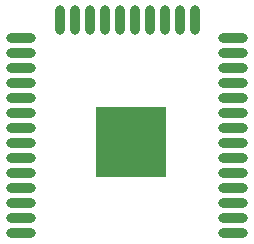
<source format=gbr>
%TF.GenerationSoftware,KiCad,Pcbnew,5.1.7-a382d34a8~88~ubuntu18.04.1*%
%TF.CreationDate,2021-02-15T21:35:44+01:00*%
%TF.ProjectId,test-board-esp32-assembly,74657374-2d62-46f6-9172-642d65737033,test*%
%TF.SameCoordinates,Original*%
%TF.FileFunction,Paste,Top*%
%TF.FilePolarity,Positive*%
%FSLAX46Y46*%
G04 Gerber Fmt 4.6, Leading zero omitted, Abs format (unit mm)*
G04 Created by KiCad (PCBNEW 5.1.7-a382d34a8~88~ubuntu18.04.1) date 2021-02-15 21:35:44*
%MOMM*%
%LPD*%
G01*
G04 APERTURE LIST*
%ADD10O,2.500000X0.900000*%
%ADD11O,0.900000X2.500000*%
%ADD12R,6.000000X6.000000*%
G04 APERTURE END LIST*
D10*
%TO.C,U1*%
X129520000Y-95450000D03*
X129520000Y-94180000D03*
X129520000Y-92910000D03*
X129520000Y-91640000D03*
X129520000Y-90370000D03*
X129520000Y-89100000D03*
X129520000Y-87830000D03*
X129520000Y-86560000D03*
X129520000Y-85290000D03*
X129520000Y-84020000D03*
X129520000Y-82750000D03*
X129520000Y-81480000D03*
X129520000Y-80210000D03*
X129520000Y-78940000D03*
D11*
X132805000Y-77450000D03*
X134075000Y-77450000D03*
X135345000Y-77450000D03*
X136615000Y-77450000D03*
X137885000Y-77450000D03*
X139155000Y-77450000D03*
X140425000Y-77450000D03*
X141695000Y-77450000D03*
X142965000Y-77450000D03*
X144235000Y-77450000D03*
D10*
X147520000Y-78940000D03*
X147520000Y-80210000D03*
X147520000Y-81480000D03*
X147520000Y-82750000D03*
X147520000Y-84020000D03*
X147520000Y-85290000D03*
X147520000Y-86560000D03*
X147520000Y-87830000D03*
X147520000Y-89100000D03*
X147520000Y-90370000D03*
X147520000Y-91640000D03*
X147520000Y-92910000D03*
X147520000Y-94180000D03*
X147520000Y-95450000D03*
D12*
X138820000Y-87750000D03*
%TD*%
M02*

</source>
